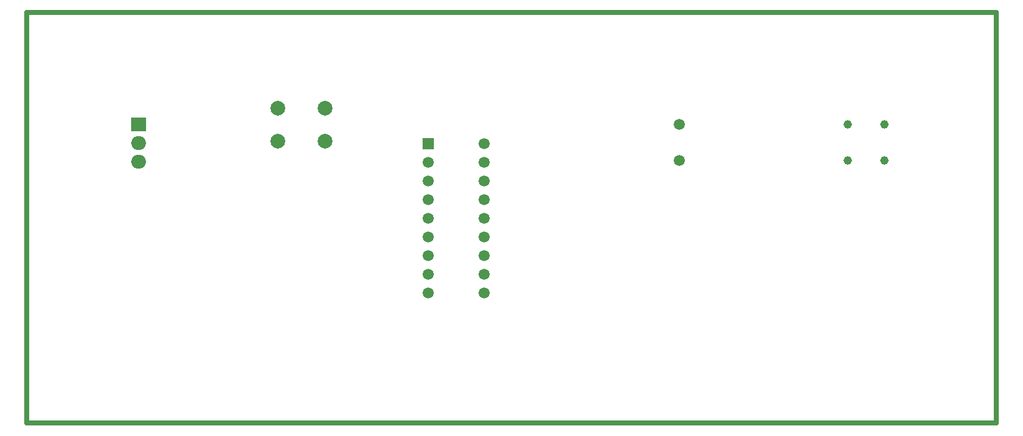
<source format=gbr>
%TF.GenerationSoftware,KiCad,Pcbnew,7.0.10*%
%TF.CreationDate,2024-11-22T18:49:45+05:30*%
%TF.ProjectId,test 3,74657374-2033-42e6-9b69-6361645f7063,rev?*%
%TF.SameCoordinates,Original*%
%TF.FileFunction,Copper,L2,Bot*%
%TF.FilePolarity,Positive*%
%FSLAX46Y46*%
G04 Gerber Fmt 4.6, Leading zero omitted, Abs format (unit mm)*
G04 Created by KiCad (PCBNEW 7.0.10) date 2024-11-22 18:49:45*
%MOMM*%
%LPD*%
G01*
G04 APERTURE LIST*
%TA.AperFunction,NonConductor*%
%ADD10C,0.700000*%
%TD*%
%TA.AperFunction,ComponentPad*%
%ADD11C,2.000000*%
%TD*%
%TA.AperFunction,ComponentPad*%
%ADD12C,1.500000*%
%TD*%
%TA.AperFunction,ComponentPad*%
%ADD13R,2.000000X1.905000*%
%TD*%
%TA.AperFunction,ComponentPad*%
%ADD14O,2.000000X1.905000*%
%TD*%
%TA.AperFunction,ComponentPad*%
%ADD15C,1.150000*%
%TD*%
%TA.AperFunction,ComponentPad*%
%ADD16R,1.498600X1.498600*%
%TD*%
%TA.AperFunction,ComponentPad*%
%ADD17C,1.498600*%
%TD*%
G04 APERTURE END LIST*
D10*
X60960000Y-50800000D02*
X193040000Y-50800000D01*
X193040000Y-106680000D01*
X60960000Y-106680000D01*
X60960000Y-50800000D01*
D11*
%TO.P,SW1,1,1*%
%TO.N,R1*%
X101600000Y-68290000D03*
X95100000Y-68290000D03*
%TO.P,SW1,2,2*%
%TO.N,U1*%
X101600000Y-63790000D03*
X95100000Y-63790000D03*
%TD*%
D12*
%TO.P,Y1,1,1*%
%TO.N,c1*%
X149860000Y-66040000D03*
%TO.P,Y1,2,2*%
%TO.N,c2*%
X149860000Y-70920000D03*
%TD*%
D13*
%TO.P,U2,1,VI*%
%TO.N,U1*%
X76200000Y-66040000D03*
D14*
%TO.P,U2,2,GND*%
%TO.N,Gnd2*%
X76200000Y-68580000D03*
%TO.P,U2,3,VO*%
%TO.N,unconnected-(U2-VO-Pad3)*%
X76200000Y-71120000D03*
%TD*%
D15*
%TO.P,C2,1*%
%TO.N,Gnd2*%
X177760000Y-70920000D03*
%TO.P,C2,2*%
%TO.N,c2*%
X172760000Y-70920000D03*
%TD*%
D16*
%TO.P,U1,1,Vref-/CVref/AN2/RA2*%
%TO.N,unconnected-(U1-Vref-{slash}CVref{slash}AN2{slash}RA2-Pad1)*%
X115629300Y-68667400D03*
D17*
%TO.P,U1,2,C1OUT/Vref+/AN3/RA3*%
%TO.N,unconnected-(U1-C1OUT{slash}Vref+{slash}AN3{slash}RA3-Pad2)*%
X115629300Y-71207400D03*
%TO.P,U1,3,C2OUT/T0CKI/AN4/RA4*%
%TO.N,unconnected-(U1-C2OUT{slash}T0CKI{slash}AN4{slash}RA4-Pad3)*%
X115629300Y-73747400D03*
%TO.P,U1,4,~{MCLR}/Vpp/RA5*%
%TO.N,unconnected-(U1-~{MCLR}{slash}Vpp{slash}RA5-Pad4)*%
X115629300Y-76287400D03*
%TO.P,U1,5,VSS*%
%TO.N,unconnected-(U1-VSS-Pad5)*%
X115629300Y-78827400D03*
%TO.P,U1,6,RB0/INT/CCP1*%
%TO.N,R1*%
X115629300Y-81367400D03*
%TO.P,U1,7,RB1/SDI/SDA*%
%TO.N,R2*%
X115629300Y-83907400D03*
%TO.P,U1,8,RB2/SDO/RX/DT*%
%TO.N,R3*%
X115629300Y-86447400D03*
%TO.P,U1,9,RB3/PGM/CCP1*%
%TO.N,R4*%
X115629300Y-88987400D03*
%TO.P,U1,10,RB4/SCK/SCL*%
%TO.N,R5*%
X123249300Y-88987400D03*
%TO.P,U1,11,RB5/~{SS}/TX/CK*%
%TO.N,R6*%
X123249300Y-86447400D03*
%TO.P,U1,12,RB6/AN5/PGC/T1CKI*%
%TO.N,R7*%
X123249300Y-83907400D03*
%TO.P,U1,13,RB7/AN6/PGD/T1OSI*%
%TO.N,R8*%
X123249300Y-81367400D03*
%TO.P,U1,14,VDD*%
%TO.N,unconnected-(U1-VDD-Pad14)*%
X123249300Y-78827400D03*
%TO.P,U1,15,CLKOUT/OSC2/RA6*%
%TO.N,c2*%
X123249300Y-76287400D03*
%TO.P,U1,16,CLKIN/OSC1/RA7*%
%TO.N,c1*%
X123249300Y-73747400D03*
%TO.P,U1,17,AN0/RA0*%
%TO.N,unconnected-(U1-AN0{slash}RA0-Pad17)*%
X123249300Y-71207400D03*
%TO.P,U1,18,AN1/RA1*%
%TO.N,unconnected-(U1-AN1{slash}RA1-Pad18)*%
X123249300Y-68667400D03*
%TD*%
D15*
%TO.P,C1,1*%
%TO.N,Gnd2*%
X177760000Y-66040000D03*
%TO.P,C1,2*%
%TO.N,c1*%
X172760000Y-66040000D03*
%TD*%
M02*

</source>
